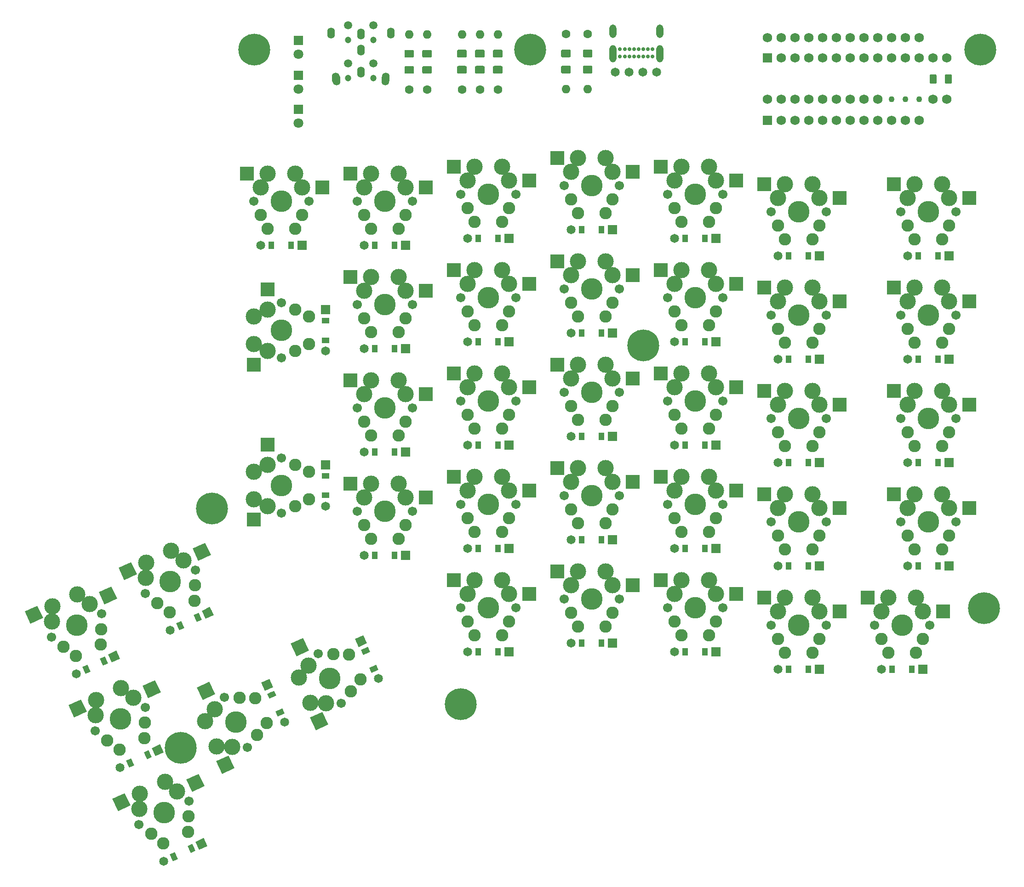
<source format=gbr>
G04 #@! TF.GenerationSoftware,KiCad,Pcbnew,(5.1.4)-1*
G04 #@! TF.CreationDate,2019-10-18T00:21:39+08:00*
G04 #@! TF.ProjectId,ErgoDoxTW,4572676f-446f-4785-9457-2e6b69636164,rev?*
G04 #@! TF.SameCoordinates,PX15feaa0PYb4cd8c0*
G04 #@! TF.FileFunction,Soldermask,Top*
G04 #@! TF.FilePolarity,Negative*
%FSLAX46Y46*%
G04 Gerber Fmt 4.6, Leading zero omitted, Abs format (unit mm)*
G04 Created by KiCad (PCBNEW (5.1.4)-1) date 2019-10-18 00:21:39*
%MOMM*%
%LPD*%
G04 APERTURE LIST*
%ADD10O,1.400000X2.000000*%
%ADD11C,1.200000*%
%ADD12C,1.500000*%
%ADD13C,5.867400*%
%ADD14O,1.600000X1.600000*%
%ADD15C,1.600000*%
%ADD16R,1.752600X1.752600*%
%ADD17C,1.752600*%
%ADD18C,0.700000*%
%ADD19O,1.300000X2.500000*%
%ADD20O,1.300000X3.200000*%
%ADD21C,1.651000*%
%ADD22R,1.651000X1.651000*%
%ADD23C,3.000000*%
%ADD24C,2.286000*%
%ADD25R,2.550000X2.500000*%
%ADD26C,3.987800*%
%ADD27C,1.701800*%
%ADD28R,1.000000X1.400000*%
%ADD29C,0.150000*%
%ADD30C,2.500000*%
%ADD31C,1.000000*%
%ADD32R,2.500000X2.550000*%
%ADD33R,1.400000X1.000000*%
%ADD34C,1.800000*%
%ADD35R,1.800000X1.800000*%
%ADD36C,1.425000*%
%ADD37C,1.092200*%
%ADD38C,1.250000*%
G04 APERTURE END LIST*
D10*
X68263248Y146996601D03*
X59263248Y146996601D03*
D11*
X66060708Y147383921D03*
X66060708Y154383921D03*
D10*
X69260708Y155683921D03*
D12*
X66063248Y157096601D03*
D10*
X63763248Y148496601D03*
D12*
X61463248Y157096601D03*
D10*
X59163248Y147396601D03*
X63763248Y152496601D03*
X63763248Y155496601D03*
X68363248Y147396601D03*
D12*
X61463248Y150096601D03*
X66063248Y150096601D03*
D10*
X58260708Y155683921D03*
D11*
X61460708Y154383921D03*
X61460708Y147383921D03*
D13*
X30621968Y23882201D03*
X36387768Y68052801D03*
X82158568Y31959401D03*
X178500768Y49663201D03*
X115762768Y98126401D03*
X177865768Y152584001D03*
X94934768Y152584001D03*
X44134768Y152584001D03*
D14*
X72671482Y155412608D03*
D15*
X72671482Y145252608D03*
D16*
X138652620Y139597196D03*
D17*
X141192620Y139597196D03*
X143732620Y139597196D03*
X146272620Y139597196D03*
X148812620Y139597196D03*
X151352620Y139597196D03*
X153892620Y139597196D03*
X156432620Y139597196D03*
X158972620Y139597196D03*
X161512620Y139597196D03*
X164052620Y139597196D03*
X166592620Y139597196D03*
X166592620Y154837196D03*
X164052620Y154837196D03*
X161512620Y154837196D03*
X158972620Y154837196D03*
X156432620Y154837196D03*
X153892620Y154837196D03*
X151352620Y154837196D03*
X143732620Y154837196D03*
X141192620Y154837196D03*
X138652620Y154837196D03*
X148812620Y154837196D03*
X146272620Y154837196D03*
D18*
X112351409Y151332201D03*
X113201409Y151332201D03*
X114051409Y151332201D03*
X116601409Y151332201D03*
X115751409Y151332201D03*
X114901409Y151332201D03*
X117451409Y151332201D03*
X111501409Y151332201D03*
X114901409Y152682201D03*
X115751409Y152682201D03*
X116601409Y152682201D03*
X114051409Y152682201D03*
X113201409Y152682201D03*
X112351409Y152682201D03*
X117451409Y152682201D03*
X111501409Y152682201D03*
D19*
X110156409Y155982201D03*
X118796409Y155982201D03*
D20*
X118796409Y151832201D03*
X110156409Y151832201D03*
D21*
X110646409Y148462201D03*
X113186409Y148462201D03*
X115726409Y148462201D03*
X118266409Y148462201D03*
D22*
X71976993Y116534065D03*
D23*
X65626993Y129742065D03*
X71976993Y127202065D03*
D24*
X70706993Y119582065D03*
X64356993Y122122065D03*
D25*
X61876993Y129742065D03*
D26*
X68166993Y124662065D03*
D27*
X73246993Y124662065D03*
X63086993Y124662065D03*
D25*
X75726993Y127202065D03*
D21*
X64356993Y116534065D03*
D28*
X69966993Y116534065D03*
X66366993Y116534065D03*
D27*
X73246993Y124662065D03*
X63086993Y124662065D03*
D24*
X71976993Y122122065D03*
X65626993Y119582065D03*
D23*
X64356993Y127202065D03*
X70706993Y129742065D03*
D21*
X26363517Y23472918D03*
D29*
G36*
X25964231Y22375890D02*
G01*
X25266489Y23872204D01*
X26762803Y24569946D01*
X27460545Y23073632D01*
X25964231Y22375890D01*
X25964231Y22375890D01*
G37*
D23*
X15026520Y32759805D03*
X21855025Y33141409D03*
D24*
X23924366Y25698619D03*
X17095861Y25317015D03*
D30*
X11627866Y31174987D03*
D29*
G36*
X11000596Y29503264D02*
G01*
X9944051Y31769033D01*
X12255136Y32846710D01*
X13311681Y30580941D01*
X11000596Y29503264D01*
X11000596Y29503264D01*
G37*
D26*
X19475443Y29229212D03*
D27*
X24079487Y31376113D03*
X14871399Y27082311D03*
D30*
X25253679Y34726228D03*
D29*
G36*
X24626409Y33054505D02*
G01*
X23569864Y35320274D01*
X25880949Y36397951D01*
X26937494Y34132182D01*
X24626409Y33054505D01*
X24626409Y33054505D01*
G37*
D21*
X19457452Y20252567D03*
D31*
X24541838Y22623455D03*
D29*
G36*
X24384517Y21777730D02*
G01*
X23792851Y23046561D01*
X24699159Y23469180D01*
X25290825Y22200349D01*
X24384517Y21777730D01*
X24384517Y21777730D01*
G37*
D31*
X21279130Y21102029D03*
D29*
G36*
X21121809Y20256304D02*
G01*
X20530143Y21525135D01*
X21436451Y21947754D01*
X22028117Y20678923D01*
X21121809Y20256304D01*
X21121809Y20256304D01*
G37*
D27*
X24079487Y31376113D03*
X14871399Y27082311D03*
D24*
X24001926Y28537366D03*
X19320322Y23551718D03*
D23*
X14948960Y29921058D03*
X19630564Y34906706D03*
D22*
X172057006Y114628577D03*
D23*
X165707006Y127836577D03*
X172057006Y125296577D03*
D24*
X170787006Y117676577D03*
X164437006Y120216577D03*
D25*
X161957006Y127836577D03*
D26*
X168247006Y122756577D03*
D27*
X173327006Y122756577D03*
X163167006Y122756577D03*
D25*
X175807006Y125296577D03*
D21*
X164437006Y114628577D03*
D28*
X170047006Y114628577D03*
X166447006Y114628577D03*
D27*
X173327006Y122756577D03*
X163167006Y122756577D03*
D24*
X172057006Y120216577D03*
X165707006Y117676577D03*
D23*
X164437006Y125296577D03*
X170787006Y127836577D03*
D22*
X148177208Y114629638D03*
D23*
X141827208Y127837638D03*
X148177208Y125297638D03*
D24*
X146907208Y117677638D03*
X140557208Y120217638D03*
D25*
X138077208Y127837638D03*
D26*
X144367208Y122757638D03*
D27*
X149447208Y122757638D03*
X139287208Y122757638D03*
D25*
X151927208Y125297638D03*
D21*
X140557208Y114629638D03*
D28*
X146167208Y114629638D03*
X142567208Y114629638D03*
D27*
X149447208Y122757638D03*
X139287208Y122757638D03*
D24*
X148177208Y120217638D03*
X141827208Y117677638D03*
D23*
X140557208Y125297638D03*
X146907208Y127837638D03*
D22*
X129126852Y117806230D03*
D23*
X122776852Y131014230D03*
X129126852Y128474230D03*
D24*
X127856852Y120854230D03*
X121506852Y123394230D03*
D25*
X119026852Y131014230D03*
D26*
X125316852Y125934230D03*
D27*
X130396852Y125934230D03*
X120236852Y125934230D03*
D25*
X132876852Y128474230D03*
D21*
X121506852Y117806230D03*
D28*
X127116852Y117806230D03*
X123516852Y117806230D03*
D27*
X130396852Y125934230D03*
X120236852Y125934230D03*
D24*
X129126852Y123394230D03*
X122776852Y120854230D03*
D23*
X121506852Y128474230D03*
X127856852Y131014230D03*
D22*
X110077661Y119404434D03*
D23*
X103727661Y132612434D03*
X110077661Y130072434D03*
D24*
X108807661Y122452434D03*
X102457661Y124992434D03*
D25*
X99977661Y132612434D03*
D26*
X106267661Y127532434D03*
D27*
X111347661Y127532434D03*
X101187661Y127532434D03*
D25*
X113827661Y130072434D03*
D21*
X102457661Y119404434D03*
D28*
X108067661Y119404434D03*
X104467661Y119404434D03*
D27*
X111347661Y127532434D03*
X101187661Y127532434D03*
D24*
X110077661Y124992434D03*
X103727661Y122452434D03*
D23*
X102457661Y130072434D03*
X108807661Y132612434D03*
D22*
X91027043Y117806590D03*
D23*
X84677043Y131014590D03*
X91027043Y128474590D03*
D24*
X89757043Y120854590D03*
X83407043Y123394590D03*
D25*
X80927043Y131014590D03*
D26*
X87217043Y125934590D03*
D27*
X92297043Y125934590D03*
X82137043Y125934590D03*
D25*
X94777043Y128474590D03*
D21*
X83407043Y117806590D03*
D28*
X89017043Y117806590D03*
X85417043Y117806590D03*
D27*
X92297043Y125934590D03*
X82137043Y125934590D03*
D24*
X91027043Y123394590D03*
X84677043Y120854590D03*
D23*
X83407043Y128474590D03*
X89757043Y131014590D03*
D22*
X52927133Y116534155D03*
D23*
X46577133Y129742155D03*
X52927133Y127202155D03*
D24*
X51657133Y119582155D03*
X45307133Y122122155D03*
D25*
X42827133Y129742155D03*
D26*
X49117133Y124662155D03*
D27*
X54197133Y124662155D03*
X44037133Y124662155D03*
D25*
X56677133Y127202155D03*
D21*
X45307133Y116534155D03*
D28*
X50917133Y116534155D03*
X47317133Y116534155D03*
D27*
X54197133Y124662155D03*
X44037133Y124662155D03*
D24*
X52927133Y122122155D03*
X46577133Y119582155D03*
D23*
X45307133Y127202155D03*
X51657133Y129742155D03*
D22*
X172057371Y95582238D03*
D23*
X165707371Y108790238D03*
X172057371Y106250238D03*
D24*
X170787371Y98630238D03*
X164437371Y101170238D03*
D25*
X161957371Y108790238D03*
D26*
X168247371Y103710238D03*
D27*
X173327371Y103710238D03*
X163167371Y103710238D03*
D25*
X175807371Y106250238D03*
D21*
X164437371Y95582238D03*
D28*
X170047371Y95582238D03*
X166447371Y95582238D03*
D27*
X173327371Y103710238D03*
X163167371Y103710238D03*
D24*
X172057371Y101170238D03*
X165707371Y98630238D03*
D23*
X164437371Y106250238D03*
X170787371Y108790238D03*
D22*
X148177089Y95581968D03*
D23*
X141827089Y108789968D03*
X148177089Y106249968D03*
D24*
X146907089Y98629968D03*
X140557089Y101169968D03*
D25*
X138077089Y108789968D03*
D26*
X144367089Y103709968D03*
D27*
X149447089Y103709968D03*
X139287089Y103709968D03*
D25*
X151927089Y106249968D03*
D21*
X140557089Y95581968D03*
D28*
X146167089Y95581968D03*
X142567089Y95581968D03*
D27*
X149447089Y103709968D03*
X139287089Y103709968D03*
D24*
X148177089Y101169968D03*
X141827089Y98629968D03*
D23*
X140557089Y106249968D03*
X146907089Y108789968D03*
D22*
X129127576Y98756749D03*
D23*
X122777576Y111964749D03*
X129127576Y109424749D03*
D24*
X127857576Y101804749D03*
X121507576Y104344749D03*
D25*
X119027576Y111964749D03*
D26*
X125317576Y106884749D03*
D27*
X130397576Y106884749D03*
X120237576Y106884749D03*
D25*
X132877576Y109424749D03*
D21*
X121507576Y98756749D03*
D28*
X127117576Y98756749D03*
X123517576Y98756749D03*
D27*
X130397576Y106884749D03*
X120237576Y106884749D03*
D24*
X129127576Y104344749D03*
X122777576Y101804749D03*
D23*
X121507576Y109424749D03*
X127857576Y111964749D03*
D22*
X110077480Y100354531D03*
D23*
X103727480Y113562531D03*
X110077480Y111022531D03*
D24*
X108807480Y103402531D03*
X102457480Y105942531D03*
D25*
X99977480Y113562531D03*
D26*
X106267480Y108482531D03*
D27*
X111347480Y108482531D03*
X101187480Y108482531D03*
D25*
X113827480Y111022531D03*
D21*
X102457480Y100354531D03*
D28*
X108067480Y100354531D03*
X104467480Y100354531D03*
D27*
X111347480Y108482531D03*
X101187480Y108482531D03*
D24*
X110077480Y105942531D03*
X103727480Y103402531D03*
D23*
X102457480Y111022531D03*
X108807480Y113562531D03*
D22*
X91026865Y98756686D03*
D23*
X84676865Y111964686D03*
X91026865Y109424686D03*
D24*
X89756865Y101804686D03*
X83406865Y104344686D03*
D25*
X80926865Y111964686D03*
D26*
X87216865Y106884686D03*
D27*
X92296865Y106884686D03*
X82136865Y106884686D03*
D25*
X94776865Y109424686D03*
D21*
X83406865Y98756686D03*
D28*
X89016865Y98756686D03*
X85416865Y98756686D03*
D27*
X92296865Y106884686D03*
X82136865Y106884686D03*
D24*
X91026865Y104344686D03*
X84676865Y101804686D03*
D23*
X83406865Y109424686D03*
X89756865Y111964686D03*
D22*
X71976708Y97486760D03*
D23*
X65626708Y110694760D03*
X71976708Y108154760D03*
D24*
X70706708Y100534760D03*
X64356708Y103074760D03*
D25*
X61876708Y110694760D03*
D26*
X68166708Y105614760D03*
D27*
X73246708Y105614760D03*
X63086708Y105614760D03*
D25*
X75726708Y108154760D03*
D21*
X64356708Y97486760D03*
D28*
X69966708Y97486760D03*
X66366708Y97486760D03*
D27*
X73246708Y105614760D03*
X63086708Y105614760D03*
D24*
X71976708Y103074760D03*
X65626708Y100534760D03*
D23*
X64356708Y108154760D03*
X70706708Y110694760D03*
D22*
X57244848Y104661679D03*
D23*
X44036848Y98311679D03*
X46576848Y104661679D03*
D24*
X54196848Y103391679D03*
X51656848Y97041679D03*
D32*
X44036848Y94561679D03*
D26*
X49116848Y100851679D03*
D27*
X49116848Y105931679D03*
X49116848Y95771679D03*
D32*
X46576848Y108411679D03*
D21*
X57244848Y97041679D03*
D33*
X57244848Y102651679D03*
X57244848Y99051679D03*
D27*
X49116848Y105931679D03*
X49116848Y95771679D03*
D24*
X51656848Y104661679D03*
X54196848Y98311679D03*
D23*
X46576848Y97041679D03*
X44036848Y103391679D03*
D22*
X172057613Y76531427D03*
D23*
X165707613Y89739427D03*
X172057613Y87199427D03*
D24*
X170787613Y79579427D03*
X164437613Y82119427D03*
D25*
X161957613Y89739427D03*
D26*
X168247613Y84659427D03*
D27*
X173327613Y84659427D03*
X163167613Y84659427D03*
D25*
X175807613Y87199427D03*
D21*
X164437613Y76531427D03*
D28*
X170047613Y76531427D03*
X166447613Y76531427D03*
D27*
X173327613Y84659427D03*
X163167613Y84659427D03*
D24*
X172057613Y82119427D03*
X165707613Y79579427D03*
D23*
X164437613Y87199427D03*
X170787613Y89739427D03*
D22*
X148177330Y76531159D03*
D23*
X141827330Y89739159D03*
X148177330Y87199159D03*
D24*
X146907330Y79579159D03*
X140557330Y82119159D03*
D25*
X138077330Y89739159D03*
D26*
X144367330Y84659159D03*
D27*
X149447330Y84659159D03*
X139287330Y84659159D03*
D25*
X151927330Y87199159D03*
D21*
X140557330Y76531159D03*
D28*
X146167330Y76531159D03*
X142567330Y76531159D03*
D27*
X149447330Y84659159D03*
X139287330Y84659159D03*
D24*
X148177330Y82119159D03*
X141827330Y79579159D03*
D23*
X140557330Y87199159D03*
X146907330Y89739159D03*
D22*
X129127398Y79706847D03*
D23*
X122777398Y92914847D03*
X129127398Y90374847D03*
D24*
X127857398Y82754847D03*
X121507398Y85294847D03*
D25*
X119027398Y92914847D03*
D26*
X125317398Y87834847D03*
D27*
X130397398Y87834847D03*
X120237398Y87834847D03*
D25*
X132877398Y90374847D03*
D21*
X121507398Y79706847D03*
D28*
X127117398Y79706847D03*
X123517398Y79706847D03*
D27*
X130397398Y87834847D03*
X120237398Y87834847D03*
D24*
X129127398Y85294847D03*
X122777398Y82754847D03*
D23*
X121507398Y90374847D03*
X127857398Y92914847D03*
D22*
X110077301Y81304627D03*
D23*
X103727301Y94512627D03*
X110077301Y91972627D03*
D24*
X108807301Y84352627D03*
X102457301Y86892627D03*
D25*
X99977301Y94512627D03*
D26*
X106267301Y89432627D03*
D27*
X111347301Y89432627D03*
X101187301Y89432627D03*
D25*
X113827301Y91972627D03*
D21*
X102457301Y81304627D03*
D28*
X108067301Y81304627D03*
X104467301Y81304627D03*
D27*
X111347301Y89432627D03*
X101187301Y89432627D03*
D24*
X110077301Y86892627D03*
X103727301Y84352627D03*
D23*
X102457301Y91972627D03*
X108807301Y94512627D03*
D22*
X91027108Y79705876D03*
D23*
X84677108Y92913876D03*
X91027108Y90373876D03*
D24*
X89757108Y82753876D03*
X83407108Y85293876D03*
D25*
X80927108Y92913876D03*
D26*
X87217108Y87833876D03*
D27*
X92297108Y87833876D03*
X82137108Y87833876D03*
D25*
X94777108Y90373876D03*
D21*
X83407108Y79705876D03*
D28*
X89017108Y79705876D03*
X85417108Y79705876D03*
D27*
X92297108Y87833876D03*
X82137108Y87833876D03*
D24*
X91027108Y85293876D03*
X84677108Y82753876D03*
D23*
X83407108Y90373876D03*
X89757108Y92913876D03*
D22*
X71976949Y78435950D03*
D23*
X65626949Y91643950D03*
X71976949Y89103950D03*
D24*
X70706949Y81483950D03*
X64356949Y84023950D03*
D25*
X61876949Y91643950D03*
D26*
X68166949Y86563950D03*
D27*
X73246949Y86563950D03*
X63086949Y86563950D03*
D25*
X75726949Y89103950D03*
D21*
X64356949Y78435950D03*
D28*
X69966949Y78435950D03*
X66366949Y78435950D03*
D27*
X73246949Y86563950D03*
X63086949Y86563950D03*
D24*
X71976949Y84023950D03*
X65626949Y81483950D03*
D23*
X64356949Y89103950D03*
X70706949Y91643950D03*
D22*
X172057435Y57481525D03*
D23*
X165707435Y70689525D03*
X172057435Y68149525D03*
D24*
X170787435Y60529525D03*
X164437435Y63069525D03*
D25*
X161957435Y70689525D03*
D26*
X168247435Y65609525D03*
D27*
X173327435Y65609525D03*
X163167435Y65609525D03*
D25*
X175807435Y68149525D03*
D21*
X164437435Y57481525D03*
D28*
X170047435Y57481525D03*
X166447435Y57481525D03*
D27*
X173327435Y65609525D03*
X163167435Y65609525D03*
D24*
X172057435Y63069525D03*
X165707435Y60529525D03*
D23*
X164437435Y68149525D03*
X170787435Y70689525D03*
D22*
X148177152Y57481256D03*
D23*
X141827152Y70689256D03*
X148177152Y68149256D03*
D24*
X146907152Y60529256D03*
X140557152Y63069256D03*
D25*
X138077152Y70689256D03*
D26*
X144367152Y65609256D03*
D27*
X149447152Y65609256D03*
X139287152Y65609256D03*
D25*
X151927152Y68149256D03*
D21*
X140557152Y57481256D03*
D28*
X146167152Y57481256D03*
X142567152Y57481256D03*
D27*
X149447152Y65609256D03*
X139287152Y65609256D03*
D24*
X148177152Y63069256D03*
X141827152Y60529256D03*
D23*
X140557152Y68149256D03*
X146907152Y70689256D03*
D22*
X129127640Y60656036D03*
D23*
X122777640Y73864036D03*
X129127640Y71324036D03*
D24*
X127857640Y63704036D03*
X121507640Y66244036D03*
D25*
X119027640Y73864036D03*
D26*
X125317640Y68784036D03*
D27*
X130397640Y68784036D03*
X120237640Y68784036D03*
D25*
X132877640Y71324036D03*
D21*
X121507640Y60656036D03*
D28*
X127117640Y60656036D03*
X123517640Y60656036D03*
D27*
X130397640Y68784036D03*
X120237640Y68784036D03*
D24*
X129127640Y66244036D03*
X122777640Y63704036D03*
D23*
X121507640Y71324036D03*
X127857640Y73864036D03*
D22*
X110077121Y62254724D03*
D23*
X103727121Y75462724D03*
X110077121Y72922724D03*
D24*
X108807121Y65302724D03*
X102457121Y67842724D03*
D25*
X99977121Y75462724D03*
D26*
X106267121Y70382724D03*
D27*
X111347121Y70382724D03*
X101187121Y70382724D03*
D25*
X113827121Y72922724D03*
D21*
X102457121Y62254724D03*
D28*
X108067121Y62254724D03*
X104467121Y62254724D03*
D27*
X111347121Y70382724D03*
X101187121Y70382724D03*
D24*
X110077121Y67842724D03*
X103727121Y65302724D03*
D23*
X102457121Y72922724D03*
X108807121Y75462724D03*
D22*
X91026928Y60655974D03*
D23*
X84676928Y73863974D03*
X91026928Y71323974D03*
D24*
X89756928Y63703974D03*
X83406928Y66243974D03*
D25*
X80926928Y73863974D03*
D26*
X87216928Y68783974D03*
D27*
X92296928Y68783974D03*
X82136928Y68783974D03*
D25*
X94776928Y71323974D03*
D21*
X83406928Y60655974D03*
D28*
X89016928Y60655974D03*
X85416928Y60655974D03*
D27*
X92296928Y68783974D03*
X82136928Y68783974D03*
D24*
X91026928Y66243974D03*
X84676928Y63703974D03*
D23*
X83406928Y71323974D03*
X89756928Y73863974D03*
D22*
X71976771Y59386046D03*
D23*
X65626771Y72594046D03*
X71976771Y70054046D03*
D24*
X70706771Y62434046D03*
X64356771Y64974046D03*
D25*
X61876771Y72594046D03*
D26*
X68166771Y67514046D03*
D27*
X73246771Y67514046D03*
X63086771Y67514046D03*
D25*
X75726771Y70054046D03*
D21*
X64356771Y59386046D03*
D28*
X69966771Y59386046D03*
X66366771Y59386046D03*
D27*
X73246771Y67514046D03*
X63086771Y67514046D03*
D24*
X71976771Y64974046D03*
X65626771Y62434046D03*
D23*
X64356771Y70054046D03*
X70706771Y72594046D03*
D22*
X57245093Y76087615D03*
D23*
X44037093Y69737615D03*
X46577093Y76087615D03*
D24*
X54197093Y74817615D03*
X51657093Y68467615D03*
D32*
X44037093Y65987615D03*
D26*
X49117093Y72277615D03*
D27*
X49117093Y77357615D03*
X49117093Y67197615D03*
D32*
X46577093Y79837615D03*
D21*
X57245093Y68467615D03*
D33*
X57245093Y74077615D03*
X57245093Y70477615D03*
D27*
X49117093Y77357615D03*
X49117093Y67197615D03*
D24*
X51657093Y76087615D03*
X54197093Y69737615D03*
D23*
X46577093Y68467615D03*
X44037093Y74817615D03*
D22*
X167226876Y38431173D03*
D23*
X160876876Y51639173D03*
X167226876Y49099173D03*
D24*
X165956876Y41479173D03*
X159606876Y44019173D03*
D25*
X157126876Y51639173D03*
D26*
X163416876Y46559173D03*
D27*
X168496876Y46559173D03*
X158336876Y46559173D03*
D25*
X170976876Y49099173D03*
D21*
X159606876Y38431173D03*
D28*
X165216876Y38431173D03*
X161616876Y38431173D03*
D27*
X168496876Y46559173D03*
X158336876Y46559173D03*
D24*
X167226876Y44019173D03*
X160876876Y41479173D03*
D23*
X159606876Y49099173D03*
X165956876Y51639173D03*
D22*
X148176973Y38431352D03*
D23*
X141826973Y51639352D03*
X148176973Y49099352D03*
D24*
X146906973Y41479352D03*
X140556973Y44019352D03*
D25*
X138076973Y51639352D03*
D26*
X144366973Y46559352D03*
D27*
X149446973Y46559352D03*
X139286973Y46559352D03*
D25*
X151926973Y49099352D03*
D21*
X140556973Y38431352D03*
D28*
X146166973Y38431352D03*
X142566973Y38431352D03*
D27*
X149446973Y46559352D03*
X139286973Y46559352D03*
D24*
X148176973Y44019352D03*
X141826973Y41479352D03*
D23*
X140556973Y49099352D03*
X146906973Y51639352D03*
D22*
X129127462Y41606132D03*
D23*
X122777462Y54814132D03*
X129127462Y52274132D03*
D24*
X127857462Y44654132D03*
X121507462Y47194132D03*
D25*
X119027462Y54814132D03*
D26*
X125317462Y49734132D03*
D27*
X130397462Y49734132D03*
X120237462Y49734132D03*
D25*
X132877462Y52274132D03*
D21*
X121507462Y41606132D03*
D28*
X127117462Y41606132D03*
X123517462Y41606132D03*
D27*
X130397462Y49734132D03*
X120237462Y49734132D03*
D24*
X129127462Y47194132D03*
X122777462Y44654132D03*
D23*
X121507462Y52274132D03*
X127857462Y54814132D03*
D22*
X110077365Y43203913D03*
D23*
X103727365Y56411913D03*
X110077365Y53871913D03*
D24*
X108807365Y46251913D03*
X102457365Y48791913D03*
D25*
X99977365Y56411913D03*
D26*
X106267365Y51331913D03*
D27*
X111347365Y51331913D03*
X101187365Y51331913D03*
D25*
X113827365Y53871913D03*
D21*
X102457365Y43203913D03*
D28*
X108067365Y43203913D03*
X104467365Y43203913D03*
D27*
X111347365Y51331913D03*
X101187365Y51331913D03*
D24*
X110077365Y48791913D03*
X103727365Y46251913D03*
D23*
X102457365Y53871913D03*
X108807365Y56411913D03*
D22*
X91027654Y41606493D03*
D23*
X84677654Y54814493D03*
X91027654Y52274493D03*
D24*
X89757654Y44654493D03*
X83407654Y47194493D03*
D25*
X80927654Y54814493D03*
D26*
X87217654Y49734493D03*
D27*
X92297654Y49734493D03*
X82137654Y49734493D03*
D25*
X94777654Y52274493D03*
D21*
X83407654Y41606493D03*
D28*
X89017654Y41606493D03*
X85417654Y41606493D03*
D27*
X92297654Y49734493D03*
X82137654Y49734493D03*
D24*
X91027654Y47194493D03*
X84677654Y44654493D03*
D23*
X83407654Y52274493D03*
X89757654Y54814493D03*
D21*
X34415331Y6205983D03*
D29*
G36*
X34016045Y5108955D02*
G01*
X33318303Y6605269D01*
X34814617Y7303011D01*
X35512359Y5806697D01*
X34016045Y5108955D01*
X34016045Y5108955D01*
G37*
D23*
X23078334Y15492870D03*
X29906839Y15874474D03*
D24*
X31976180Y8431684D03*
X25147675Y8050080D03*
D30*
X19679680Y13908052D03*
D29*
G36*
X19052410Y12236329D02*
G01*
X17995865Y14502098D01*
X20306950Y15579775D01*
X21363495Y13314006D01*
X19052410Y12236329D01*
X19052410Y12236329D01*
G37*
D26*
X27527257Y11962277D03*
D27*
X32131301Y14109178D03*
X22923213Y9815376D03*
D30*
X33305493Y17459293D03*
D29*
G36*
X32678223Y15787570D02*
G01*
X31621678Y18053339D01*
X33932763Y19131016D01*
X34989308Y16865247D01*
X32678223Y15787570D01*
X32678223Y15787570D01*
G37*
D21*
X27509266Y2985632D03*
D31*
X32593652Y5356520D03*
D29*
G36*
X32436331Y4510795D02*
G01*
X31844665Y5779626D01*
X32750973Y6202245D01*
X33342639Y4933414D01*
X32436331Y4510795D01*
X32436331Y4510795D01*
G37*
D31*
X29330944Y3835094D03*
D29*
G36*
X29173623Y2989369D02*
G01*
X28581957Y4258200D01*
X29488265Y4680819D01*
X30079931Y3411988D01*
X29173623Y2989369D01*
X29173623Y2989369D01*
G37*
D27*
X32131301Y14109178D03*
X22923213Y9815376D03*
D24*
X32053740Y11270431D03*
X27372136Y6284783D03*
D23*
X23000774Y12654123D03*
X27682378Y17639771D03*
D21*
X46522097Y35533261D03*
D29*
G36*
X47619125Y35133975D02*
G01*
X46122811Y34436233D01*
X45425069Y35932547D01*
X46921383Y36630289D01*
X47619125Y35133975D01*
X47619125Y35133975D01*
G37*
D23*
X37235210Y24196264D03*
X36853606Y31024769D03*
D24*
X44296396Y33094110D03*
X44678000Y26265605D03*
D30*
X38820028Y20797610D03*
D29*
G36*
X40491751Y20170340D02*
G01*
X38225982Y19113795D01*
X37148305Y21424880D01*
X39414074Y22481425D01*
X40491751Y20170340D01*
X40491751Y20170340D01*
G37*
D26*
X40765803Y28645187D03*
D27*
X38618902Y33249231D03*
X42912704Y24041143D03*
D30*
X35268787Y34423423D03*
D29*
G36*
X36940510Y33796153D02*
G01*
X34674741Y32739608D01*
X33597064Y35050693D01*
X35862833Y36107238D01*
X36940510Y33796153D01*
X36940510Y33796153D01*
G37*
D21*
X49742448Y28627196D03*
D31*
X47371560Y33711582D03*
D29*
G36*
X48217285Y33554261D02*
G01*
X46948454Y32962595D01*
X46525835Y33868903D01*
X47794666Y34460569D01*
X48217285Y33554261D01*
X48217285Y33554261D01*
G37*
D31*
X48892986Y30448874D03*
D29*
G36*
X49738711Y30291553D02*
G01*
X48469880Y29699887D01*
X48047261Y30606195D01*
X49316092Y31197861D01*
X49738711Y30291553D01*
X49738711Y30291553D01*
G37*
D27*
X38618902Y33249231D03*
X42912704Y24041143D03*
D24*
X41457649Y33171670D03*
X46443297Y28490066D03*
D23*
X40073957Y24118704D03*
X35088309Y28800308D03*
D21*
X63786142Y43585826D03*
D29*
G36*
X64883170Y43186540D02*
G01*
X63386856Y42488798D01*
X62689114Y43985112D01*
X64185428Y44682854D01*
X64883170Y43186540D01*
X64883170Y43186540D01*
G37*
D23*
X54499255Y32248829D03*
X54117651Y39077334D03*
D24*
X61560441Y41146675D03*
X61942045Y34318170D03*
D30*
X56084073Y28850175D03*
D29*
G36*
X57755796Y28222905D02*
G01*
X55490027Y27166360D01*
X54412350Y29477445D01*
X56678119Y30533990D01*
X57755796Y28222905D01*
X57755796Y28222905D01*
G37*
D26*
X58029848Y36697752D03*
D27*
X55882947Y41301796D03*
X60176749Y32093708D03*
D30*
X52532832Y42475988D03*
D29*
G36*
X54204555Y41848718D02*
G01*
X51938786Y40792173D01*
X50861109Y43103258D01*
X53126878Y44159803D01*
X54204555Y41848718D01*
X54204555Y41848718D01*
G37*
D21*
X67006493Y36679761D03*
D31*
X64635605Y41764147D03*
D29*
G36*
X65481330Y41606826D02*
G01*
X64212499Y41015160D01*
X63789880Y41921468D01*
X65058711Y42513134D01*
X65481330Y41606826D01*
X65481330Y41606826D01*
G37*
D31*
X66157031Y38501439D03*
D29*
G36*
X67002756Y38344118D02*
G01*
X65733925Y37752452D01*
X65311306Y38658760D01*
X66580137Y39250426D01*
X67002756Y38344118D01*
X67002756Y38344118D01*
G37*
D27*
X55882947Y41301796D03*
X60176749Y32093708D03*
D24*
X58721694Y41224235D03*
X63707342Y36542631D03*
D23*
X57338002Y32171269D03*
X52352354Y36852873D03*
D21*
X35578556Y48787103D03*
D29*
G36*
X35179270Y47690075D02*
G01*
X34481528Y49186389D01*
X35977842Y49884131D01*
X36675584Y48387817D01*
X35179270Y47690075D01*
X35179270Y47690075D01*
G37*
D23*
X24241559Y58073990D03*
X31070064Y58455594D03*
D24*
X33139405Y51012804D03*
X26310900Y50631200D03*
D30*
X20842905Y56489172D03*
D29*
G36*
X20215635Y54817449D02*
G01*
X19159090Y57083218D01*
X21470175Y58160895D01*
X22526720Y55895126D01*
X20215635Y54817449D01*
X20215635Y54817449D01*
G37*
D26*
X28690482Y54543397D03*
D27*
X33294526Y56690298D03*
X24086438Y52396496D03*
D30*
X34468718Y60040413D03*
D29*
G36*
X33841448Y58368690D02*
G01*
X32784903Y60634459D01*
X35095988Y61712136D01*
X36152533Y59446367D01*
X33841448Y58368690D01*
X33841448Y58368690D01*
G37*
D21*
X28672491Y45566752D03*
D31*
X33756877Y47937640D03*
D29*
G36*
X33599556Y47091915D02*
G01*
X33007890Y48360746D01*
X33914198Y48783365D01*
X34505864Y47514534D01*
X33599556Y47091915D01*
X33599556Y47091915D01*
G37*
D31*
X30494169Y46416214D03*
D29*
G36*
X30336848Y45570489D02*
G01*
X29745182Y46839320D01*
X30651490Y47261939D01*
X31243156Y45993108D01*
X30336848Y45570489D01*
X30336848Y45570489D01*
G37*
D27*
X33294526Y56690298D03*
X24086438Y52396496D03*
D24*
X33216965Y53851551D03*
X28535361Y48865903D03*
D23*
X24163999Y55235243D03*
X28845603Y60220891D03*
D21*
X18314300Y40736649D03*
D29*
G36*
X17915014Y39639621D02*
G01*
X17217272Y41135935D01*
X18713586Y41833677D01*
X19411328Y40337363D01*
X17915014Y39639621D01*
X17915014Y39639621D01*
G37*
D23*
X6977303Y50023536D03*
X13805808Y50405140D03*
D24*
X15875149Y42962350D03*
X9046644Y42580746D03*
D30*
X3578649Y48438718D03*
D29*
G36*
X2951379Y46766995D02*
G01*
X1894834Y49032764D01*
X4205919Y50110441D01*
X5262464Y47844672D01*
X2951379Y46766995D01*
X2951379Y46766995D01*
G37*
D26*
X11426226Y46492943D03*
D27*
X16030270Y48639844D03*
X6822182Y44346042D03*
D30*
X17204462Y51989959D03*
D29*
G36*
X16577192Y50318236D02*
G01*
X15520647Y52584005D01*
X17831732Y53661682D01*
X18888277Y51395913D01*
X16577192Y50318236D01*
X16577192Y50318236D01*
G37*
D21*
X11408235Y37516298D03*
D31*
X16492621Y39887186D03*
D29*
G36*
X16335300Y39041461D02*
G01*
X15743634Y40310292D01*
X16649942Y40732911D01*
X17241608Y39464080D01*
X16335300Y39041461D01*
X16335300Y39041461D01*
G37*
D31*
X13229913Y38365760D03*
D29*
G36*
X13072592Y37520035D02*
G01*
X12480926Y38788866D01*
X13387234Y39211485D01*
X13978900Y37942654D01*
X13072592Y37520035D01*
X13072592Y37520035D01*
G37*
D27*
X16030270Y48639844D03*
X6822182Y44346042D03*
D24*
X15952709Y45801097D03*
X11271105Y40815449D03*
D23*
X6899743Y47184789D03*
X11581347Y52170437D03*
D14*
X75957759Y155406164D03*
D15*
X75957759Y145246164D03*
D14*
X101531453Y145367664D03*
D15*
X101531453Y155527664D03*
D14*
X105533429Y145367475D03*
D15*
X105533429Y155527475D03*
D34*
X52319160Y139030371D03*
D35*
X52319160Y141570371D03*
D29*
G36*
X102180903Y149650516D02*
G01*
X102205172Y149646916D01*
X102228970Y149640955D01*
X102252070Y149632690D01*
X102274248Y149622200D01*
X102295292Y149609587D01*
X102314997Y149594973D01*
X102333176Y149578497D01*
X102349652Y149560318D01*
X102364266Y149540613D01*
X102376879Y149519569D01*
X102387369Y149497391D01*
X102395634Y149474291D01*
X102401595Y149450493D01*
X102405195Y149426224D01*
X102406399Y149401720D01*
X102406399Y148476720D01*
X102405195Y148452216D01*
X102401595Y148427947D01*
X102395634Y148404149D01*
X102387369Y148381049D01*
X102376879Y148358871D01*
X102364266Y148337827D01*
X102349652Y148318122D01*
X102333176Y148299943D01*
X102314997Y148283467D01*
X102295292Y148268853D01*
X102274248Y148256240D01*
X102252070Y148245750D01*
X102228970Y148237485D01*
X102205172Y148231524D01*
X102180903Y148227924D01*
X102156399Y148226720D01*
X100906399Y148226720D01*
X100881895Y148227924D01*
X100857626Y148231524D01*
X100833828Y148237485D01*
X100810728Y148245750D01*
X100788550Y148256240D01*
X100767506Y148268853D01*
X100747801Y148283467D01*
X100729622Y148299943D01*
X100713146Y148318122D01*
X100698532Y148337827D01*
X100685919Y148358871D01*
X100675429Y148381049D01*
X100667164Y148404149D01*
X100661203Y148427947D01*
X100657603Y148452216D01*
X100656399Y148476720D01*
X100656399Y149401720D01*
X100657603Y149426224D01*
X100661203Y149450493D01*
X100667164Y149474291D01*
X100675429Y149497391D01*
X100685919Y149519569D01*
X100698532Y149540613D01*
X100713146Y149560318D01*
X100729622Y149578497D01*
X100747801Y149594973D01*
X100767506Y149609587D01*
X100788550Y149622200D01*
X100810728Y149632690D01*
X100833828Y149640955D01*
X100857626Y149646916D01*
X100881895Y149650516D01*
X100906399Y149651720D01*
X102156399Y149651720D01*
X102180903Y149650516D01*
X102180903Y149650516D01*
G37*
D36*
X101531399Y148939220D03*
D29*
G36*
X102180903Y152625516D02*
G01*
X102205172Y152621916D01*
X102228970Y152615955D01*
X102252070Y152607690D01*
X102274248Y152597200D01*
X102295292Y152584587D01*
X102314997Y152569973D01*
X102333176Y152553497D01*
X102349652Y152535318D01*
X102364266Y152515613D01*
X102376879Y152494569D01*
X102387369Y152472391D01*
X102395634Y152449291D01*
X102401595Y152425493D01*
X102405195Y152401224D01*
X102406399Y152376720D01*
X102406399Y151451720D01*
X102405195Y151427216D01*
X102401595Y151402947D01*
X102395634Y151379149D01*
X102387369Y151356049D01*
X102376879Y151333871D01*
X102364266Y151312827D01*
X102349652Y151293122D01*
X102333176Y151274943D01*
X102314997Y151258467D01*
X102295292Y151243853D01*
X102274248Y151231240D01*
X102252070Y151220750D01*
X102228970Y151212485D01*
X102205172Y151206524D01*
X102180903Y151202924D01*
X102156399Y151201720D01*
X100906399Y151201720D01*
X100881895Y151202924D01*
X100857626Y151206524D01*
X100833828Y151212485D01*
X100810728Y151220750D01*
X100788550Y151231240D01*
X100767506Y151243853D01*
X100747801Y151258467D01*
X100729622Y151274943D01*
X100713146Y151293122D01*
X100698532Y151312827D01*
X100685919Y151333871D01*
X100675429Y151356049D01*
X100667164Y151379149D01*
X100661203Y151402947D01*
X100657603Y151427216D01*
X100656399Y151451720D01*
X100656399Y152376720D01*
X100657603Y152401224D01*
X100661203Y152425493D01*
X100667164Y152449291D01*
X100675429Y152472391D01*
X100685919Y152494569D01*
X100698532Y152515613D01*
X100713146Y152535318D01*
X100729622Y152553497D01*
X100747801Y152569973D01*
X100767506Y152584587D01*
X100788550Y152597200D01*
X100810728Y152607690D01*
X100833828Y152615955D01*
X100857626Y152621916D01*
X100881895Y152625516D01*
X100906399Y152626720D01*
X102156399Y152626720D01*
X102180903Y152625516D01*
X102180903Y152625516D01*
G37*
D36*
X101531399Y151914220D03*
D29*
G36*
X106191880Y149649010D02*
G01*
X106216149Y149645410D01*
X106239947Y149639449D01*
X106263047Y149631184D01*
X106285225Y149620694D01*
X106306269Y149608081D01*
X106325974Y149593467D01*
X106344153Y149576991D01*
X106360629Y149558812D01*
X106375243Y149539107D01*
X106387856Y149518063D01*
X106398346Y149495885D01*
X106406611Y149472785D01*
X106412572Y149448987D01*
X106416172Y149424718D01*
X106417376Y149400214D01*
X106417376Y148475214D01*
X106416172Y148450710D01*
X106412572Y148426441D01*
X106406611Y148402643D01*
X106398346Y148379543D01*
X106387856Y148357365D01*
X106375243Y148336321D01*
X106360629Y148316616D01*
X106344153Y148298437D01*
X106325974Y148281961D01*
X106306269Y148267347D01*
X106285225Y148254734D01*
X106263047Y148244244D01*
X106239947Y148235979D01*
X106216149Y148230018D01*
X106191880Y148226418D01*
X106167376Y148225214D01*
X104917376Y148225214D01*
X104892872Y148226418D01*
X104868603Y148230018D01*
X104844805Y148235979D01*
X104821705Y148244244D01*
X104799527Y148254734D01*
X104778483Y148267347D01*
X104758778Y148281961D01*
X104740599Y148298437D01*
X104724123Y148316616D01*
X104709509Y148336321D01*
X104696896Y148357365D01*
X104686406Y148379543D01*
X104678141Y148402643D01*
X104672180Y148426441D01*
X104668580Y148450710D01*
X104667376Y148475214D01*
X104667376Y149400214D01*
X104668580Y149424718D01*
X104672180Y149448987D01*
X104678141Y149472785D01*
X104686406Y149495885D01*
X104696896Y149518063D01*
X104709509Y149539107D01*
X104724123Y149558812D01*
X104740599Y149576991D01*
X104758778Y149593467D01*
X104778483Y149608081D01*
X104799527Y149620694D01*
X104821705Y149631184D01*
X104844805Y149639449D01*
X104868603Y149645410D01*
X104892872Y149649010D01*
X104917376Y149650214D01*
X106167376Y149650214D01*
X106191880Y149649010D01*
X106191880Y149649010D01*
G37*
D36*
X105542376Y148937714D03*
D29*
G36*
X106191880Y152624010D02*
G01*
X106216149Y152620410D01*
X106239947Y152614449D01*
X106263047Y152606184D01*
X106285225Y152595694D01*
X106306269Y152583081D01*
X106325974Y152568467D01*
X106344153Y152551991D01*
X106360629Y152533812D01*
X106375243Y152514107D01*
X106387856Y152493063D01*
X106398346Y152470885D01*
X106406611Y152447785D01*
X106412572Y152423987D01*
X106416172Y152399718D01*
X106417376Y152375214D01*
X106417376Y151450214D01*
X106416172Y151425710D01*
X106412572Y151401441D01*
X106406611Y151377643D01*
X106398346Y151354543D01*
X106387856Y151332365D01*
X106375243Y151311321D01*
X106360629Y151291616D01*
X106344153Y151273437D01*
X106325974Y151256961D01*
X106306269Y151242347D01*
X106285225Y151229734D01*
X106263047Y151219244D01*
X106239947Y151210979D01*
X106216149Y151205018D01*
X106191880Y151201418D01*
X106167376Y151200214D01*
X104917376Y151200214D01*
X104892872Y151201418D01*
X104868603Y151205018D01*
X104844805Y151210979D01*
X104821705Y151219244D01*
X104799527Y151229734D01*
X104778483Y151242347D01*
X104758778Y151256961D01*
X104740599Y151273437D01*
X104724123Y151291616D01*
X104709509Y151311321D01*
X104696896Y151332365D01*
X104686406Y151354543D01*
X104678141Y151377643D01*
X104672180Y151401441D01*
X104668580Y151425710D01*
X104667376Y151450214D01*
X104667376Y152375214D01*
X104668580Y152399718D01*
X104672180Y152423987D01*
X104678141Y152447785D01*
X104686406Y152470885D01*
X104696896Y152493063D01*
X104709509Y152514107D01*
X104724123Y152533812D01*
X104740599Y152551991D01*
X104758778Y152568467D01*
X104778483Y152583081D01*
X104799527Y152595694D01*
X104821705Y152606184D01*
X104844805Y152614449D01*
X104868603Y152620410D01*
X104892872Y152624010D01*
X104917376Y152625214D01*
X106167376Y152625214D01*
X106191880Y152624010D01*
X106191880Y152624010D01*
G37*
D36*
X105542376Y151912714D03*
D34*
X52319384Y151730255D03*
D35*
X52319384Y154270255D03*
D34*
X52319633Y145330216D03*
D35*
X52319633Y147870216D03*
D17*
X138637435Y143432610D03*
X141177435Y143432610D03*
X143717435Y143432610D03*
X146257435Y143432610D03*
X148797435Y143432610D03*
X151337435Y143432610D03*
X153877435Y143432610D03*
X156417435Y143432610D03*
X158957435Y143432610D03*
D37*
X161497435Y143432610D03*
X164037435Y143432610D03*
X166577435Y143432610D03*
D17*
X169117435Y143432610D03*
X171657435Y143432610D03*
D16*
X138637435Y151052610D03*
D17*
X171657435Y151052610D03*
X169117435Y151052610D03*
X166577435Y151052610D03*
X164037435Y151052610D03*
X161497435Y151052610D03*
X158957435Y151052610D03*
X156417435Y151052610D03*
X153877435Y151052610D03*
X151337435Y151052610D03*
X148797435Y151052610D03*
X146257435Y151052610D03*
X143717435Y151052610D03*
X141177435Y151052610D03*
D29*
G36*
X172352672Y148062598D02*
G01*
X172376941Y148058998D01*
X172400739Y148053037D01*
X172423839Y148044772D01*
X172446017Y148034282D01*
X172467061Y148021669D01*
X172486766Y148007055D01*
X172504945Y147990579D01*
X172521421Y147972400D01*
X172536035Y147952695D01*
X172548648Y147931651D01*
X172559138Y147909473D01*
X172567403Y147886373D01*
X172573364Y147862575D01*
X172576964Y147838306D01*
X172578168Y147813802D01*
X172578168Y146563802D01*
X172576964Y146539298D01*
X172573364Y146515029D01*
X172567403Y146491231D01*
X172559138Y146468131D01*
X172548648Y146445953D01*
X172536035Y146424909D01*
X172521421Y146405204D01*
X172504945Y146387025D01*
X172486766Y146370549D01*
X172467061Y146355935D01*
X172446017Y146343322D01*
X172423839Y146332832D01*
X172400739Y146324567D01*
X172376941Y146318606D01*
X172352672Y146315006D01*
X172328168Y146313802D01*
X171578168Y146313802D01*
X171553664Y146315006D01*
X171529395Y146318606D01*
X171505597Y146324567D01*
X171482497Y146332832D01*
X171460319Y146343322D01*
X171439275Y146355935D01*
X171419570Y146370549D01*
X171401391Y146387025D01*
X171384915Y146405204D01*
X171370301Y146424909D01*
X171357688Y146445953D01*
X171347198Y146468131D01*
X171338933Y146491231D01*
X171332972Y146515029D01*
X171329372Y146539298D01*
X171328168Y146563802D01*
X171328168Y147813802D01*
X171329372Y147838306D01*
X171332972Y147862575D01*
X171338933Y147886373D01*
X171347198Y147909473D01*
X171357688Y147931651D01*
X171370301Y147952695D01*
X171384915Y147972400D01*
X171401391Y147990579D01*
X171419570Y148007055D01*
X171439275Y148021669D01*
X171460319Y148034282D01*
X171482497Y148044772D01*
X171505597Y148053037D01*
X171529395Y148058998D01*
X171553664Y148062598D01*
X171578168Y148063802D01*
X172328168Y148063802D01*
X172352672Y148062598D01*
X172352672Y148062598D01*
G37*
D38*
X171953168Y147188802D03*
D29*
G36*
X169552672Y148062598D02*
G01*
X169576941Y148058998D01*
X169600739Y148053037D01*
X169623839Y148044772D01*
X169646017Y148034282D01*
X169667061Y148021669D01*
X169686766Y148007055D01*
X169704945Y147990579D01*
X169721421Y147972400D01*
X169736035Y147952695D01*
X169748648Y147931651D01*
X169759138Y147909473D01*
X169767403Y147886373D01*
X169773364Y147862575D01*
X169776964Y147838306D01*
X169778168Y147813802D01*
X169778168Y146563802D01*
X169776964Y146539298D01*
X169773364Y146515029D01*
X169767403Y146491231D01*
X169759138Y146468131D01*
X169748648Y146445953D01*
X169736035Y146424909D01*
X169721421Y146405204D01*
X169704945Y146387025D01*
X169686766Y146370549D01*
X169667061Y146355935D01*
X169646017Y146343322D01*
X169623839Y146332832D01*
X169600739Y146324567D01*
X169576941Y146318606D01*
X169552672Y146315006D01*
X169528168Y146313802D01*
X168778168Y146313802D01*
X168753664Y146315006D01*
X168729395Y146318606D01*
X168705597Y146324567D01*
X168682497Y146332832D01*
X168660319Y146343322D01*
X168639275Y146355935D01*
X168619570Y146370549D01*
X168601391Y146387025D01*
X168584915Y146405204D01*
X168570301Y146424909D01*
X168557688Y146445953D01*
X168547198Y146468131D01*
X168538933Y146491231D01*
X168532972Y146515029D01*
X168529372Y146539298D01*
X168528168Y146563802D01*
X168528168Y147813802D01*
X168529372Y147838306D01*
X168532972Y147862575D01*
X168538933Y147886373D01*
X168547198Y147909473D01*
X168557688Y147931651D01*
X168570301Y147952695D01*
X168584915Y147972400D01*
X168601391Y147990579D01*
X168619570Y148007055D01*
X168639275Y148021669D01*
X168660319Y148034282D01*
X168682497Y148044772D01*
X168705597Y148053037D01*
X168729395Y148058998D01*
X168753664Y148062598D01*
X168778168Y148063802D01*
X169528168Y148063802D01*
X169552672Y148062598D01*
X169552672Y148062598D01*
G37*
D38*
X169153168Y147188802D03*
D29*
G36*
X76614570Y152568870D02*
G01*
X76638839Y152565270D01*
X76662637Y152559309D01*
X76685737Y152551044D01*
X76707915Y152540554D01*
X76728959Y152527941D01*
X76748664Y152513327D01*
X76766843Y152496851D01*
X76783319Y152478672D01*
X76797933Y152458967D01*
X76810546Y152437923D01*
X76821036Y152415745D01*
X76829301Y152392645D01*
X76835262Y152368847D01*
X76838862Y152344578D01*
X76840066Y152320074D01*
X76840066Y151395074D01*
X76838862Y151370570D01*
X76835262Y151346301D01*
X76829301Y151322503D01*
X76821036Y151299403D01*
X76810546Y151277225D01*
X76797933Y151256181D01*
X76783319Y151236476D01*
X76766843Y151218297D01*
X76748664Y151201821D01*
X76728959Y151187207D01*
X76707915Y151174594D01*
X76685737Y151164104D01*
X76662637Y151155839D01*
X76638839Y151149878D01*
X76614570Y151146278D01*
X76590066Y151145074D01*
X75340066Y151145074D01*
X75315562Y151146278D01*
X75291293Y151149878D01*
X75267495Y151155839D01*
X75244395Y151164104D01*
X75222217Y151174594D01*
X75201173Y151187207D01*
X75181468Y151201821D01*
X75163289Y151218297D01*
X75146813Y151236476D01*
X75132199Y151256181D01*
X75119586Y151277225D01*
X75109096Y151299403D01*
X75100831Y151322503D01*
X75094870Y151346301D01*
X75091270Y151370570D01*
X75090066Y151395074D01*
X75090066Y152320074D01*
X75091270Y152344578D01*
X75094870Y152368847D01*
X75100831Y152392645D01*
X75109096Y152415745D01*
X75119586Y152437923D01*
X75132199Y152458967D01*
X75146813Y152478672D01*
X75163289Y152496851D01*
X75181468Y152513327D01*
X75201173Y152527941D01*
X75222217Y152540554D01*
X75244395Y152551044D01*
X75267495Y152559309D01*
X75291293Y152565270D01*
X75315562Y152568870D01*
X75340066Y152570074D01*
X76590066Y152570074D01*
X76614570Y152568870D01*
X76614570Y152568870D01*
G37*
D36*
X75965066Y151857574D03*
D29*
G36*
X76614570Y149593870D02*
G01*
X76638839Y149590270D01*
X76662637Y149584309D01*
X76685737Y149576044D01*
X76707915Y149565554D01*
X76728959Y149552941D01*
X76748664Y149538327D01*
X76766843Y149521851D01*
X76783319Y149503672D01*
X76797933Y149483967D01*
X76810546Y149462923D01*
X76821036Y149440745D01*
X76829301Y149417645D01*
X76835262Y149393847D01*
X76838862Y149369578D01*
X76840066Y149345074D01*
X76840066Y148420074D01*
X76838862Y148395570D01*
X76835262Y148371301D01*
X76829301Y148347503D01*
X76821036Y148324403D01*
X76810546Y148302225D01*
X76797933Y148281181D01*
X76783319Y148261476D01*
X76766843Y148243297D01*
X76748664Y148226821D01*
X76728959Y148212207D01*
X76707915Y148199594D01*
X76685737Y148189104D01*
X76662637Y148180839D01*
X76638839Y148174878D01*
X76614570Y148171278D01*
X76590066Y148170074D01*
X75340066Y148170074D01*
X75315562Y148171278D01*
X75291293Y148174878D01*
X75267495Y148180839D01*
X75244395Y148189104D01*
X75222217Y148199594D01*
X75201173Y148212207D01*
X75181468Y148226821D01*
X75163289Y148243297D01*
X75146813Y148261476D01*
X75132199Y148281181D01*
X75119586Y148302225D01*
X75109096Y148324403D01*
X75100831Y148347503D01*
X75094870Y148371301D01*
X75091270Y148395570D01*
X75090066Y148420074D01*
X75090066Y149345074D01*
X75091270Y149369578D01*
X75094870Y149393847D01*
X75100831Y149417645D01*
X75109096Y149440745D01*
X75119586Y149462923D01*
X75132199Y149483967D01*
X75146813Y149503672D01*
X75163289Y149521851D01*
X75181468Y149538327D01*
X75201173Y149552941D01*
X75222217Y149565554D01*
X75244395Y149576044D01*
X75267495Y149584309D01*
X75291293Y149590270D01*
X75315562Y149593870D01*
X75340066Y149595074D01*
X76590066Y149595074D01*
X76614570Y149593870D01*
X76614570Y149593870D01*
G37*
D36*
X75965066Y148882574D03*
D29*
G36*
X73325338Y152568968D02*
G01*
X73349607Y152565368D01*
X73373405Y152559407D01*
X73396505Y152551142D01*
X73418683Y152540652D01*
X73439727Y152528039D01*
X73459432Y152513425D01*
X73477611Y152496949D01*
X73494087Y152478770D01*
X73508701Y152459065D01*
X73521314Y152438021D01*
X73531804Y152415843D01*
X73540069Y152392743D01*
X73546030Y152368945D01*
X73549630Y152344676D01*
X73550834Y152320172D01*
X73550834Y151395172D01*
X73549630Y151370668D01*
X73546030Y151346399D01*
X73540069Y151322601D01*
X73531804Y151299501D01*
X73521314Y151277323D01*
X73508701Y151256279D01*
X73494087Y151236574D01*
X73477611Y151218395D01*
X73459432Y151201919D01*
X73439727Y151187305D01*
X73418683Y151174692D01*
X73396505Y151164202D01*
X73373405Y151155937D01*
X73349607Y151149976D01*
X73325338Y151146376D01*
X73300834Y151145172D01*
X72050834Y151145172D01*
X72026330Y151146376D01*
X72002061Y151149976D01*
X71978263Y151155937D01*
X71955163Y151164202D01*
X71932985Y151174692D01*
X71911941Y151187305D01*
X71892236Y151201919D01*
X71874057Y151218395D01*
X71857581Y151236574D01*
X71842967Y151256279D01*
X71830354Y151277323D01*
X71819864Y151299501D01*
X71811599Y151322601D01*
X71805638Y151346399D01*
X71802038Y151370668D01*
X71800834Y151395172D01*
X71800834Y152320172D01*
X71802038Y152344676D01*
X71805638Y152368945D01*
X71811599Y152392743D01*
X71819864Y152415843D01*
X71830354Y152438021D01*
X71842967Y152459065D01*
X71857581Y152478770D01*
X71874057Y152496949D01*
X71892236Y152513425D01*
X71911941Y152528039D01*
X71932985Y152540652D01*
X71955163Y152551142D01*
X71978263Y152559407D01*
X72002061Y152565368D01*
X72026330Y152568968D01*
X72050834Y152570172D01*
X73300834Y152570172D01*
X73325338Y152568968D01*
X73325338Y152568968D01*
G37*
D36*
X72675834Y151857672D03*
D29*
G36*
X73325338Y149593968D02*
G01*
X73349607Y149590368D01*
X73373405Y149584407D01*
X73396505Y149576142D01*
X73418683Y149565652D01*
X73439727Y149553039D01*
X73459432Y149538425D01*
X73477611Y149521949D01*
X73494087Y149503770D01*
X73508701Y149484065D01*
X73521314Y149463021D01*
X73531804Y149440843D01*
X73540069Y149417743D01*
X73546030Y149393945D01*
X73549630Y149369676D01*
X73550834Y149345172D01*
X73550834Y148420172D01*
X73549630Y148395668D01*
X73546030Y148371399D01*
X73540069Y148347601D01*
X73531804Y148324501D01*
X73521314Y148302323D01*
X73508701Y148281279D01*
X73494087Y148261574D01*
X73477611Y148243395D01*
X73459432Y148226919D01*
X73439727Y148212305D01*
X73418683Y148199692D01*
X73396505Y148189202D01*
X73373405Y148180937D01*
X73349607Y148174976D01*
X73325338Y148171376D01*
X73300834Y148170172D01*
X72050834Y148170172D01*
X72026330Y148171376D01*
X72002061Y148174976D01*
X71978263Y148180937D01*
X71955163Y148189202D01*
X71932985Y148199692D01*
X71911941Y148212305D01*
X71892236Y148226919D01*
X71874057Y148243395D01*
X71857581Y148261574D01*
X71842967Y148281279D01*
X71830354Y148302323D01*
X71819864Y148324501D01*
X71811599Y148347601D01*
X71805638Y148371399D01*
X71802038Y148395668D01*
X71800834Y148420172D01*
X71800834Y149345172D01*
X71802038Y149369676D01*
X71805638Y149393945D01*
X71811599Y149417743D01*
X71819864Y149440843D01*
X71830354Y149463021D01*
X71842967Y149484065D01*
X71857581Y149503770D01*
X71874057Y149521949D01*
X71892236Y149538425D01*
X71911941Y149553039D01*
X71932985Y149565652D01*
X71955163Y149576142D01*
X71978263Y149584407D01*
X72002061Y149590368D01*
X72026330Y149593968D01*
X72050834Y149595172D01*
X73300834Y149595172D01*
X73325338Y149593968D01*
X73325338Y149593968D01*
G37*
D36*
X72675834Y148882672D03*
D29*
G36*
X89630715Y152583670D02*
G01*
X89654984Y152580070D01*
X89678782Y152574109D01*
X89701882Y152565844D01*
X89724060Y152555354D01*
X89745104Y152542741D01*
X89764809Y152528127D01*
X89782988Y152511651D01*
X89799464Y152493472D01*
X89814078Y152473767D01*
X89826691Y152452723D01*
X89837181Y152430545D01*
X89845446Y152407445D01*
X89851407Y152383647D01*
X89855007Y152359378D01*
X89856211Y152334874D01*
X89856211Y151409874D01*
X89855007Y151385370D01*
X89851407Y151361101D01*
X89845446Y151337303D01*
X89837181Y151314203D01*
X89826691Y151292025D01*
X89814078Y151270981D01*
X89799464Y151251276D01*
X89782988Y151233097D01*
X89764809Y151216621D01*
X89745104Y151202007D01*
X89724060Y151189394D01*
X89701882Y151178904D01*
X89678782Y151170639D01*
X89654984Y151164678D01*
X89630715Y151161078D01*
X89606211Y151159874D01*
X88356211Y151159874D01*
X88331707Y151161078D01*
X88307438Y151164678D01*
X88283640Y151170639D01*
X88260540Y151178904D01*
X88238362Y151189394D01*
X88217318Y151202007D01*
X88197613Y151216621D01*
X88179434Y151233097D01*
X88162958Y151251276D01*
X88148344Y151270981D01*
X88135731Y151292025D01*
X88125241Y151314203D01*
X88116976Y151337303D01*
X88111015Y151361101D01*
X88107415Y151385370D01*
X88106211Y151409874D01*
X88106211Y152334874D01*
X88107415Y152359378D01*
X88111015Y152383647D01*
X88116976Y152407445D01*
X88125241Y152430545D01*
X88135731Y152452723D01*
X88148344Y152473767D01*
X88162958Y152493472D01*
X88179434Y152511651D01*
X88197613Y152528127D01*
X88217318Y152542741D01*
X88238362Y152555354D01*
X88260540Y152565844D01*
X88283640Y152574109D01*
X88307438Y152580070D01*
X88331707Y152583670D01*
X88356211Y152584874D01*
X89606211Y152584874D01*
X89630715Y152583670D01*
X89630715Y152583670D01*
G37*
D36*
X88981211Y151872374D03*
D29*
G36*
X89630715Y149608670D02*
G01*
X89654984Y149605070D01*
X89678782Y149599109D01*
X89701882Y149590844D01*
X89724060Y149580354D01*
X89745104Y149567741D01*
X89764809Y149553127D01*
X89782988Y149536651D01*
X89799464Y149518472D01*
X89814078Y149498767D01*
X89826691Y149477723D01*
X89837181Y149455545D01*
X89845446Y149432445D01*
X89851407Y149408647D01*
X89855007Y149384378D01*
X89856211Y149359874D01*
X89856211Y148434874D01*
X89855007Y148410370D01*
X89851407Y148386101D01*
X89845446Y148362303D01*
X89837181Y148339203D01*
X89826691Y148317025D01*
X89814078Y148295981D01*
X89799464Y148276276D01*
X89782988Y148258097D01*
X89764809Y148241621D01*
X89745104Y148227007D01*
X89724060Y148214394D01*
X89701882Y148203904D01*
X89678782Y148195639D01*
X89654984Y148189678D01*
X89630715Y148186078D01*
X89606211Y148184874D01*
X88356211Y148184874D01*
X88331707Y148186078D01*
X88307438Y148189678D01*
X88283640Y148195639D01*
X88260540Y148203904D01*
X88238362Y148214394D01*
X88217318Y148227007D01*
X88197613Y148241621D01*
X88179434Y148258097D01*
X88162958Y148276276D01*
X88148344Y148295981D01*
X88135731Y148317025D01*
X88125241Y148339203D01*
X88116976Y148362303D01*
X88111015Y148386101D01*
X88107415Y148410370D01*
X88106211Y148434874D01*
X88106211Y149359874D01*
X88107415Y149384378D01*
X88111015Y149408647D01*
X88116976Y149432445D01*
X88125241Y149455545D01*
X88135731Y149477723D01*
X88148344Y149498767D01*
X88162958Y149518472D01*
X88179434Y149536651D01*
X88197613Y149553127D01*
X88217318Y149567741D01*
X88238362Y149580354D01*
X88260540Y149590844D01*
X88283640Y149599109D01*
X88307438Y149605070D01*
X88331707Y149608670D01*
X88356211Y149609874D01*
X89606211Y149609874D01*
X89630715Y149608670D01*
X89630715Y149608670D01*
G37*
D36*
X88981211Y148897374D03*
D29*
G36*
X86329562Y152583495D02*
G01*
X86353831Y152579895D01*
X86377629Y152573934D01*
X86400729Y152565669D01*
X86422907Y152555179D01*
X86443951Y152542566D01*
X86463656Y152527952D01*
X86481835Y152511476D01*
X86498311Y152493297D01*
X86512925Y152473592D01*
X86525538Y152452548D01*
X86536028Y152430370D01*
X86544293Y152407270D01*
X86550254Y152383472D01*
X86553854Y152359203D01*
X86555058Y152334699D01*
X86555058Y151409699D01*
X86553854Y151385195D01*
X86550254Y151360926D01*
X86544293Y151337128D01*
X86536028Y151314028D01*
X86525538Y151291850D01*
X86512925Y151270806D01*
X86498311Y151251101D01*
X86481835Y151232922D01*
X86463656Y151216446D01*
X86443951Y151201832D01*
X86422907Y151189219D01*
X86400729Y151178729D01*
X86377629Y151170464D01*
X86353831Y151164503D01*
X86329562Y151160903D01*
X86305058Y151159699D01*
X85055058Y151159699D01*
X85030554Y151160903D01*
X85006285Y151164503D01*
X84982487Y151170464D01*
X84959387Y151178729D01*
X84937209Y151189219D01*
X84916165Y151201832D01*
X84896460Y151216446D01*
X84878281Y151232922D01*
X84861805Y151251101D01*
X84847191Y151270806D01*
X84834578Y151291850D01*
X84824088Y151314028D01*
X84815823Y151337128D01*
X84809862Y151360926D01*
X84806262Y151385195D01*
X84805058Y151409699D01*
X84805058Y152334699D01*
X84806262Y152359203D01*
X84809862Y152383472D01*
X84815823Y152407270D01*
X84824088Y152430370D01*
X84834578Y152452548D01*
X84847191Y152473592D01*
X84861805Y152493297D01*
X84878281Y152511476D01*
X84896460Y152527952D01*
X84916165Y152542566D01*
X84937209Y152555179D01*
X84959387Y152565669D01*
X84982487Y152573934D01*
X85006285Y152579895D01*
X85030554Y152583495D01*
X85055058Y152584699D01*
X86305058Y152584699D01*
X86329562Y152583495D01*
X86329562Y152583495D01*
G37*
D36*
X85680058Y151872199D03*
D29*
G36*
X86329562Y149608495D02*
G01*
X86353831Y149604895D01*
X86377629Y149598934D01*
X86400729Y149590669D01*
X86422907Y149580179D01*
X86443951Y149567566D01*
X86463656Y149552952D01*
X86481835Y149536476D01*
X86498311Y149518297D01*
X86512925Y149498592D01*
X86525538Y149477548D01*
X86536028Y149455370D01*
X86544293Y149432270D01*
X86550254Y149408472D01*
X86553854Y149384203D01*
X86555058Y149359699D01*
X86555058Y148434699D01*
X86553854Y148410195D01*
X86550254Y148385926D01*
X86544293Y148362128D01*
X86536028Y148339028D01*
X86525538Y148316850D01*
X86512925Y148295806D01*
X86498311Y148276101D01*
X86481835Y148257922D01*
X86463656Y148241446D01*
X86443951Y148226832D01*
X86422907Y148214219D01*
X86400729Y148203729D01*
X86377629Y148195464D01*
X86353831Y148189503D01*
X86329562Y148185903D01*
X86305058Y148184699D01*
X85055058Y148184699D01*
X85030554Y148185903D01*
X85006285Y148189503D01*
X84982487Y148195464D01*
X84959387Y148203729D01*
X84937209Y148214219D01*
X84916165Y148226832D01*
X84896460Y148241446D01*
X84878281Y148257922D01*
X84861805Y148276101D01*
X84847191Y148295806D01*
X84834578Y148316850D01*
X84824088Y148339028D01*
X84815823Y148362128D01*
X84809862Y148385926D01*
X84806262Y148410195D01*
X84805058Y148434699D01*
X84805058Y149359699D01*
X84806262Y149384203D01*
X84809862Y149408472D01*
X84815823Y149432270D01*
X84824088Y149455370D01*
X84834578Y149477548D01*
X84847191Y149498592D01*
X84861805Y149518297D01*
X84878281Y149536476D01*
X84896460Y149552952D01*
X84916165Y149567566D01*
X84937209Y149580179D01*
X84959387Y149590669D01*
X84982487Y149598934D01*
X85006285Y149604895D01*
X85030554Y149608495D01*
X85055058Y149609699D01*
X86305058Y149609699D01*
X86329562Y149608495D01*
X86329562Y149608495D01*
G37*
D36*
X85680058Y148897199D03*
D29*
G36*
X83032638Y152583618D02*
G01*
X83056907Y152580018D01*
X83080705Y152574057D01*
X83103805Y152565792D01*
X83125983Y152555302D01*
X83147027Y152542689D01*
X83166732Y152528075D01*
X83184911Y152511599D01*
X83201387Y152493420D01*
X83216001Y152473715D01*
X83228614Y152452671D01*
X83239104Y152430493D01*
X83247369Y152407393D01*
X83253330Y152383595D01*
X83256930Y152359326D01*
X83258134Y152334822D01*
X83258134Y151409822D01*
X83256930Y151385318D01*
X83253330Y151361049D01*
X83247369Y151337251D01*
X83239104Y151314151D01*
X83228614Y151291973D01*
X83216001Y151270929D01*
X83201387Y151251224D01*
X83184911Y151233045D01*
X83166732Y151216569D01*
X83147027Y151201955D01*
X83125983Y151189342D01*
X83103805Y151178852D01*
X83080705Y151170587D01*
X83056907Y151164626D01*
X83032638Y151161026D01*
X83008134Y151159822D01*
X81758134Y151159822D01*
X81733630Y151161026D01*
X81709361Y151164626D01*
X81685563Y151170587D01*
X81662463Y151178852D01*
X81640285Y151189342D01*
X81619241Y151201955D01*
X81599536Y151216569D01*
X81581357Y151233045D01*
X81564881Y151251224D01*
X81550267Y151270929D01*
X81537654Y151291973D01*
X81527164Y151314151D01*
X81518899Y151337251D01*
X81512938Y151361049D01*
X81509338Y151385318D01*
X81508134Y151409822D01*
X81508134Y152334822D01*
X81509338Y152359326D01*
X81512938Y152383595D01*
X81518899Y152407393D01*
X81527164Y152430493D01*
X81537654Y152452671D01*
X81550267Y152473715D01*
X81564881Y152493420D01*
X81581357Y152511599D01*
X81599536Y152528075D01*
X81619241Y152542689D01*
X81640285Y152555302D01*
X81662463Y152565792D01*
X81685563Y152574057D01*
X81709361Y152580018D01*
X81733630Y152583618D01*
X81758134Y152584822D01*
X83008134Y152584822D01*
X83032638Y152583618D01*
X83032638Y152583618D01*
G37*
D36*
X82383134Y151872322D03*
D29*
G36*
X83032638Y149608618D02*
G01*
X83056907Y149605018D01*
X83080705Y149599057D01*
X83103805Y149590792D01*
X83125983Y149580302D01*
X83147027Y149567689D01*
X83166732Y149553075D01*
X83184911Y149536599D01*
X83201387Y149518420D01*
X83216001Y149498715D01*
X83228614Y149477671D01*
X83239104Y149455493D01*
X83247369Y149432393D01*
X83253330Y149408595D01*
X83256930Y149384326D01*
X83258134Y149359822D01*
X83258134Y148434822D01*
X83256930Y148410318D01*
X83253330Y148386049D01*
X83247369Y148362251D01*
X83239104Y148339151D01*
X83228614Y148316973D01*
X83216001Y148295929D01*
X83201387Y148276224D01*
X83184911Y148258045D01*
X83166732Y148241569D01*
X83147027Y148226955D01*
X83125983Y148214342D01*
X83103805Y148203852D01*
X83080705Y148195587D01*
X83056907Y148189626D01*
X83032638Y148186026D01*
X83008134Y148184822D01*
X81758134Y148184822D01*
X81733630Y148186026D01*
X81709361Y148189626D01*
X81685563Y148195587D01*
X81662463Y148203852D01*
X81640285Y148214342D01*
X81619241Y148226955D01*
X81599536Y148241569D01*
X81581357Y148258045D01*
X81564881Y148276224D01*
X81550267Y148295929D01*
X81537654Y148316973D01*
X81527164Y148339151D01*
X81518899Y148362251D01*
X81512938Y148386049D01*
X81509338Y148410318D01*
X81508134Y148434822D01*
X81508134Y149359822D01*
X81509338Y149384326D01*
X81512938Y149408595D01*
X81518899Y149432393D01*
X81527164Y149455493D01*
X81537654Y149477671D01*
X81550267Y149498715D01*
X81564881Y149518420D01*
X81581357Y149536599D01*
X81599536Y149553075D01*
X81619241Y149567689D01*
X81640285Y149580302D01*
X81662463Y149590792D01*
X81685563Y149599057D01*
X81709361Y149605018D01*
X81733630Y149608618D01*
X81758134Y149609822D01*
X83008134Y149609822D01*
X83032638Y149608618D01*
X83032638Y149608618D01*
G37*
D36*
X82383134Y148897322D03*
D14*
X88981211Y155405637D03*
D15*
X88981211Y145245637D03*
D14*
X85680058Y155406701D03*
D15*
X85680058Y145246701D03*
D14*
X82383134Y155404501D03*
D15*
X82383134Y145244501D03*
M02*

</source>
